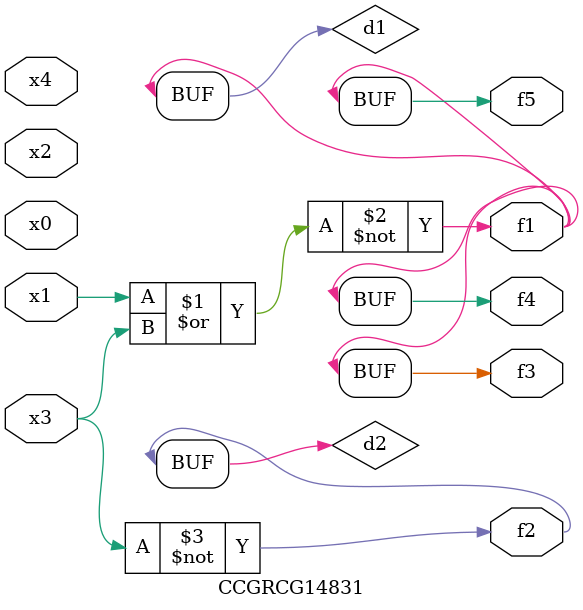
<source format=v>
module CCGRCG14831(
	input x0, x1, x2, x3, x4,
	output f1, f2, f3, f4, f5
);

	wire d1, d2;

	nor (d1, x1, x3);
	not (d2, x3);
	assign f1 = d1;
	assign f2 = d2;
	assign f3 = d1;
	assign f4 = d1;
	assign f5 = d1;
endmodule

</source>
